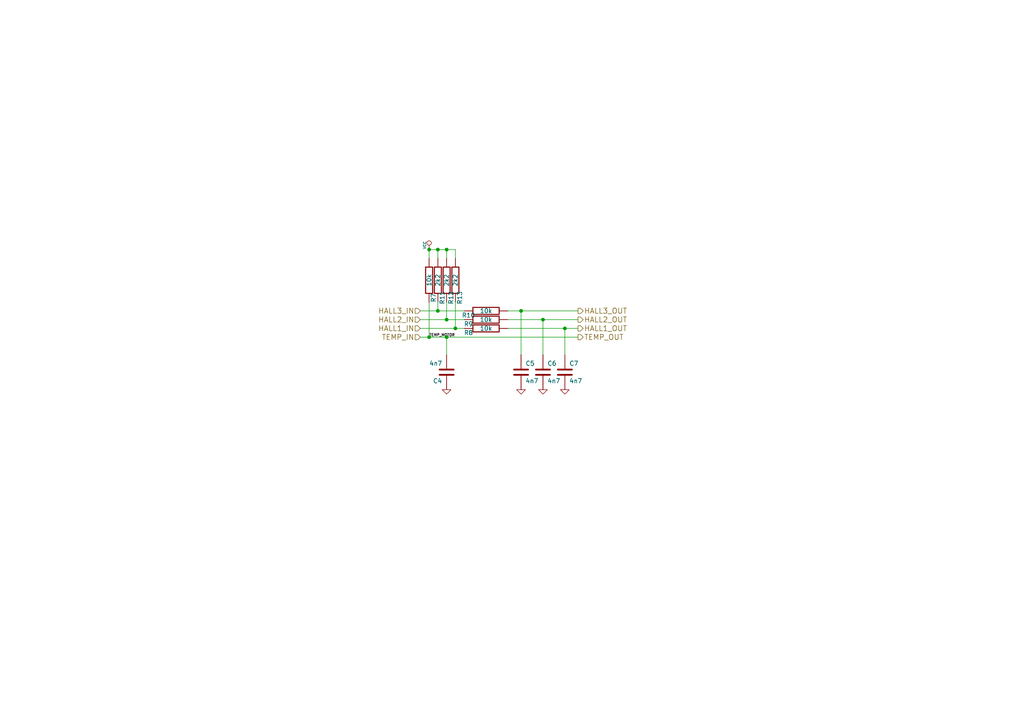
<source format=kicad_sch>
(kicad_sch (version 20231120) (generator "eeschema") (generator_version "8.0")
  (paper "A4")
  (title_block (title "BLDC Driver 4.11") (date "21 aug 2015") (rev "4.12") (company "Benjamin Vedder"))
  (lib_symbols
    (symbol "BLDC_4-rescue:C-RESCUE-BLDC_4" (pin_numbers hide) (pin_names (offset 0.254))
      (property "Reference" "C" (at 0 2.54 0))
      (property "Value" "C-RESCUE-BLDC_4" (at 0.1524 -2.159 0))
      (symbol "C-RESCUE-BLDC_4_0_1"
        (polyline (pts (xy -2.032 -0.762) (xy 2.032 -0.762)) (stroke (width 0.508)))
        (polyline (pts (xy -2.032 0.762) (xy 2.032 0.762)) (stroke (width 0.508)))
      )
      (symbol "C-RESCUE-BLDC_4_1_1"
        (pin passive line (at 0 5.08 270) (length 4.318) (name "~") (number "1"))
        (pin passive line (at 0 -5.08 90) (length 4.318) (name "~") (number "2"))
      )
    )
    (symbol "BLDC_4-rescue:GND-RESCUE-BLDC_4" (power) (pin_names (offset 0))
      (symbol "GND-RESCUE-BLDC_4_0_1"
        (polyline (pts (xy -1.27 0) (xy 0 -1.27) (xy 1.27 0) (xy -1.27 0)))
      )
      (symbol "GND-RESCUE-BLDC_4_1_1"
        (pin power_in line (at 0 0 90) (length 0) hide (name "GND") (number "1"))
      )
    )
    (symbol "BLDC_4-rescue:R-RESCUE-BLDC_4" (pin_numbers hide) (pin_names (offset 0))
      (property "Reference" "R" (at 2.032 0 90))
      (property "Value" "R-RESCUE-BLDC_4" (at 0.1778 0.0254 90))
      (symbol "R-RESCUE-BLDC_4_0_1"
        (rectangle (start -1.016 3.81) (end 1.016 -3.81) (stroke (width 0.3048)))
      )
      (symbol "R-RESCUE-BLDC_4_1_1"
        (pin passive line (at 0 6.35 270) (length 2.54) (name "~") (number "1"))
        (pin passive line (at 0 -6.35 90) (length 2.54) (name "~") (number "2"))
      )
    )
    (symbol "BLDC_4-rescue:VCC" (power) (pin_names (offset 0))
      (property "Value" "VCC" (at 0 3.81 0))
      (symbol "VCC_0_1"
        (polyline (pts (xy 0 0) (xy 0 1.27)))
        (circle (center 0 1.905) (radius 0.635))
      )
      (symbol "VCC_1_1"
        (pin power_in line (at 0 0 90) (length 0) hide (name "VCC") (number "1"))
      )
    )
  )
  (junction (at 157.48 92.71))
  (junction (at 129.54 97.79))
  (junction (at 124.46 97.79))
  (junction (at 127 90.17))
  (junction (at 127 72.39))
  (junction (at 132.08 95.25))
  (junction (at 124.46 72.39))
  (junction (at 163.83 95.25))
  (junction (at 129.54 92.71))
  (junction (at 151.13 90.17))
  (junction (at 129.54 72.39))
  (wire (pts (xy 127 74.93) (xy 127 72.39)))
  (wire (pts (xy 163.83 95.25) (xy 167.64 95.25)))
  (wire (pts (xy 129.54 87.63) (xy 129.54 92.71)))
  (wire (pts (xy 163.83 95.25) (xy 163.83 102.87)))
  (wire (pts (xy 132.08 72.39) (xy 132.08 74.93)))
  (wire (pts (xy 121.92 90.17) (xy 127 90.17)))
  (wire (pts (xy 124.46 97.79) (xy 129.54 97.79)))
  (wire (pts (xy 127 87.63) (xy 127 90.17)))
  (wire (pts (xy 129.54 92.71) (xy 134.62 92.71)))
  (wire (pts (xy 132.08 87.63) (xy 132.08 95.25)))
  (wire (pts (xy 147.32 92.71) (xy 157.48 92.71)))
  (wire (pts (xy 157.48 92.71) (xy 167.64 92.71)))
  (wire (pts (xy 147.32 90.17) (xy 151.13 90.17)))
  (wire (pts (xy 129.54 97.79) (xy 167.64 97.79)))
  (wire (pts (xy 127 72.39) (xy 129.54 72.39)))
  (wire (pts (xy 124.46 72.39) (xy 127 72.39)))
  (wire (pts (xy 147.32 95.25) (xy 163.83 95.25)))
  (wire (pts (xy 151.13 90.17) (xy 151.13 102.87)))
  (wire (pts (xy 157.48 92.71) (xy 157.48 102.87)))
  (wire (pts (xy 121.92 97.79) (xy 124.46 97.79)))
  (wire (pts (xy 121.92 95.25) (xy 132.08 95.25)))
  (wire (pts (xy 129.54 72.39) (xy 132.08 72.39)))
  (wire (pts (xy 151.13 90.17) (xy 167.64 90.17)))
  (wire (pts (xy 127 90.17) (xy 134.62 90.17)))
  (wire (pts (xy 121.92 92.71) (xy 129.54 92.71)))
  (wire (pts (xy 132.08 95.25) (xy 134.62 95.25)))
  (wire (pts (xy 129.54 97.79) (xy 129.54 102.87)))
  (wire (pts (xy 129.54 72.39) (xy 129.54 74.93)))
  (wire (pts (xy 124.46 72.39) (xy 124.46 74.93)))
  (wire (pts (xy 124.46 87.63) (xy 124.46 97.79)))
  (label "TEMP_MOTOR" (at 124.46 97.79 0) (effects (font (size 0.762 0.762))))
  (hierarchical_label "HALL3_OUT" (shape output) (at 167.64 90.17 0) (effects (font (size 1.524 1.524))))
  (hierarchical_label "TEMP_IN" (shape input) (at 121.92 97.79 180) (effects (font (size 1.524 1.524))))
  (hierarchical_label "TEMP_OUT" (shape output) (at 167.64 97.79 0) (effects (font (size 1.524 1.524))))
  (hierarchical_label "HALL3_IN" (shape input) (at 121.92 90.17 180) (effects (font (size 1.524 1.524))))
  (hierarchical_label "HALL2_OUT" (shape output) (at 167.64 92.71 0) (effects (font (size 1.524 1.524))))
  (hierarchical_label "HALL1_IN" (shape input) (at 121.92 95.25 180) (effects (font (size 1.524 1.524))))
  (hierarchical_label "HALL1_OUT" (shape output) (at 167.64 95.25 0) (effects (font (size 1.524 1.524))))
  (hierarchical_label "HALL2_IN" (shape input) (at 121.92 92.71 180) (effects (font (size 1.524 1.524))))
  (symbol (lib_id "BLDC_4-rescue:R-RESCUE-BLDC_4") (at 124.46 81.28 180) (unit 1)
    (property "Reference" "R7" (at 125.73 86.36 90))
    (property "Value" "10k" (at 124.46 81.28 90))
    (property "Footprint" "CRF1:SMD-0603_r" (effects (hide yes)))
  )
  (symbol (lib_id "BLDC_4-rescue:R-RESCUE-BLDC_4") (at 140.97 95.25 90) (unit 1)
    (property "Reference" "R8" (at 135.89 96.52 90))
    (property "Value" "10k" (at 140.97 95.25 90))
    (property "Footprint" "CRF1:SMD-0603_r" (effects (hide yes)))
  )
  (symbol (lib_id "BLDC_4-rescue:R-RESCUE-BLDC_4") (at 140.97 92.71 90) (unit 1)
    (property "Reference" "R9" (at 135.89 93.98 90))
    (property "Value" "10k" (at 140.97 92.71 90))
    (property "Footprint" "CRF1:SMD-0603_r" (effects (hide yes)))
  )
  (symbol (lib_id "BLDC_4-rescue:R-RESCUE-BLDC_4") (at 140.97 90.17 90) (unit 1)
    (property "Reference" "R10" (at 135.89 91.44 90))
    (property "Value" "10k" (at 140.97 90.17 90))
    (property "Footprint" "CRF1:SMD-0603_r" (effects (hide yes)))
  )
  (symbol (lib_id "BLDC_4-rescue:C-RESCUE-BLDC_4") (at 151.13 107.95 0) (unit 1)
    (property "Reference" "C5" (at 152.4 105.41 0) (effects (justify left)))
    (property "Value" "4n7" (at 152.4 110.49 0) (effects (justify left)))
    (property "Footprint" "CRF1:SMD-0603_c" (effects (hide yes)))
  )
  (symbol (lib_id "BLDC_4-rescue:C-RESCUE-BLDC_4") (at 157.48 107.95 0) (unit 1)
    (property "Reference" "C6" (at 158.75 105.41 0) (effects (justify left)))
    (property "Value" "4n7" (at 158.75 110.49 0) (effects (justify left)))
    (property "Footprint" "CRF1:SMD-0603_c" (effects (hide yes)))
  )
  (symbol (lib_id "BLDC_4-rescue:C-RESCUE-BLDC_4") (at 163.83 107.95 0) (unit 1)
    (property "Reference" "C7" (at 165.1 105.41 0) (effects (justify left)))
    (property "Value" "4n7" (at 165.1 110.49 0) (effects (justify left)))
    (property "Footprint" "CRF1:SMD-0603_c" (effects (hide yes)))
  )
  (symbol (lib_id "BLDC_4-rescue:GND-RESCUE-BLDC_4") (at 151.13 113.03 0) (unit 1)
    (property "Reference" "#PWR030" (effects (hide yes)))
    (property "Value" "GND" (effects (hide yes)))
  )
  (symbol (lib_id "BLDC_4-rescue:R-RESCUE-BLDC_4") (at 127 81.28 180) (unit 1)
    (property "Reference" "R11" (at 128.27 86.36 90))
    (property "Value" "2k2" (at 127 81.28 90))
    (property "Footprint" "CRF1:SMD-0603_r" (effects (hide yes)))
  )
  (symbol (lib_id "BLDC_4-rescue:R-RESCUE-BLDC_4") (at 129.54 81.28 180) (unit 1)
    (property "Reference" "R12" (at 130.81 86.36 90))
    (property "Value" "2k2" (at 129.54 81.28 90))
    (property "Footprint" "CRF1:SMD-0603_r" (effects (hide yes)))
  )
  (symbol (lib_id "BLDC_4-rescue:R-RESCUE-BLDC_4") (at 132.08 81.28 180) (unit 1)
    (property "Reference" "R13" (at 133.35 86.36 90))
    (property "Value" "2k2" (at 132.08 81.28 90))
    (property "Footprint" "CRF1:SMD-0603_r" (effects (hide yes)))
  )
  (symbol (lib_id "BLDC_4-rescue:C-RESCUE-BLDC_4") (at 129.54 107.95 180) (unit 1)
    (property "Reference" "C4" (at 128.27 110.49 0) (effects (justify left)))
    (property "Value" "4n7" (at 128.27 105.41 0) (effects (justify left)))
    (property "Footprint" "CRF1:SMD-0603_c" (effects (hide yes)))
  )
  (symbol (lib_id "BLDC_4-rescue:GND-RESCUE-BLDC_4") (at 129.54 113.03 0) (unit 1)
    (property "Reference" "#PWR031" (effects (hide yes)))
    (property "Value" "GND" (effects (hide yes)))
  )
  (symbol (lib_id "BLDC_4-rescue:VCC") (at 124.46 72.39 0) (unit 1)
    (property "Reference" "#PWR032" (effects (hide yes)))
    (property "Value" "VCC" (at 123.19 71.12 90) (effects (font (size 0.762 0.762))))
  )
  (symbol (lib_id "BLDC_4-rescue:GND-RESCUE-BLDC_4") (at 157.48 113.03 0) (unit 1)
    (property "Reference" "#PWR033" (effects (hide yes)))
    (property "Value" "GND" (effects (hide yes)))
  )
  (symbol (lib_id "BLDC_4-rescue:GND-RESCUE-BLDC_4") (at 163.83 113.03 0) (unit 1)
    (property "Reference" "#PWR034" (effects (hide yes)))
    (property "Value" "GND" (effects (hide yes)))
  )
)
</source>
